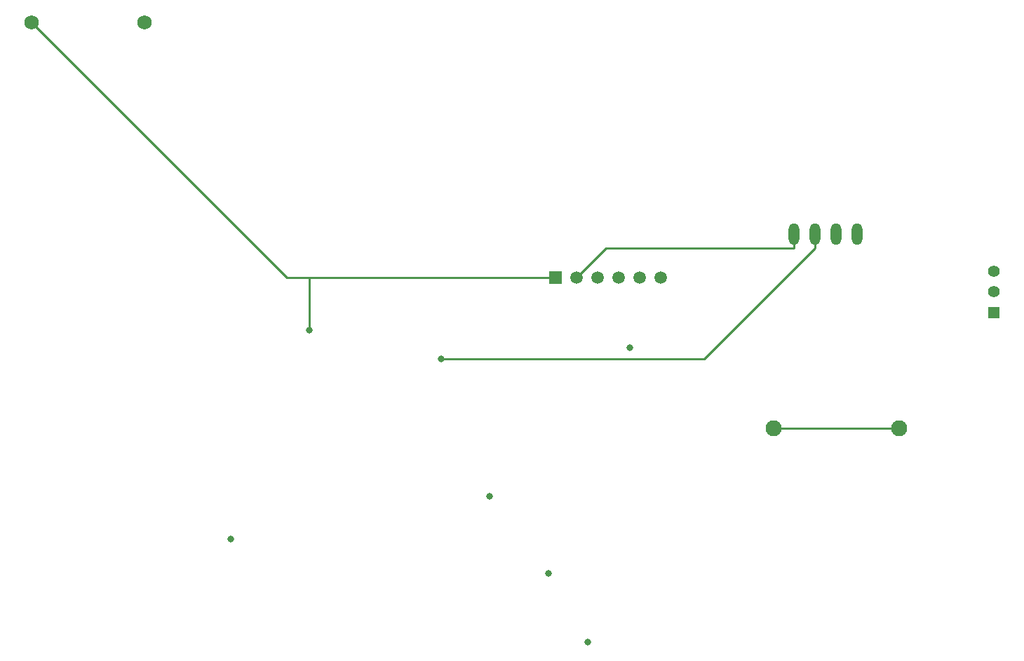
<source format=gbr>
%TF.GenerationSoftware,KiCad,Pcbnew,7.0.7*%
%TF.CreationDate,2024-06-03T23:51:36+07:00*%
%TF.ProjectId,Final Project_Group 4_Electronic Circuit 2,46696e61-6c20-4507-926f-6a6563745f47,rev?*%
%TF.SameCoordinates,Original*%
%TF.FileFunction,Copper,L3,Inr*%
%TF.FilePolarity,Positive*%
%FSLAX46Y46*%
G04 Gerber Fmt 4.6, Leading zero omitted, Abs format (unit mm)*
G04 Created by KiCad (PCBNEW 7.0.7) date 2024-06-03 23:51:36*
%MOMM*%
%LPD*%
G01*
G04 APERTURE LIST*
%TA.AperFunction,ComponentPad*%
%ADD10O,1.308000X2.616000*%
%TD*%
%TA.AperFunction,ComponentPad*%
%ADD11C,1.950000*%
%TD*%
%TA.AperFunction,ComponentPad*%
%ADD12R,1.408000X1.408000*%
%TD*%
%TA.AperFunction,ComponentPad*%
%ADD13C,1.408000*%
%TD*%
%TA.AperFunction,ComponentPad*%
%ADD14R,1.500000X1.500000*%
%TD*%
%TA.AperFunction,ComponentPad*%
%ADD15C,1.500000*%
%TD*%
%TA.AperFunction,ComponentPad*%
%ADD16C,1.755000*%
%TD*%
%TA.AperFunction,ViaPad*%
%ADD17C,0.800000*%
%TD*%
%TA.AperFunction,Conductor*%
%ADD18C,0.250000*%
%TD*%
G04 APERTURE END LIST*
D10*
%TO.N,Net-(ResistorDHT22-Pad1)*%
%TO.C,U2*%
X168910000Y-80689500D03*
%TO.N,Net-(IC1-GND)*%
X173990000Y-80689500D03*
%TO.N,unconnected-(U2-NULL-PadNC)*%
X171450000Y-80689500D03*
%TO.N,Net-(IC1-VCC)*%
X166370000Y-80689500D03*
%TD*%
D11*
%TO.N,Net-(IC1-GND)*%
%TO.C,LS1*%
X163850000Y-104140000D03*
X179050000Y-104140000D03*
%TD*%
D12*
%TO.N,Net-(IC1-GND)*%
%TO.C,S1*%
X190500000Y-90130000D03*
D13*
%TO.N,Net-(IC1-VCC)*%
X190500000Y-87630000D03*
%TO.N,Net-(R1-Pad2)*%
X190500000Y-85130000D03*
%TD*%
D14*
%TO.N,Net-(IC1-GND)*%
%TO.C,U5*%
X137545000Y-85907500D03*
D15*
%TO.N,Net-(IC1-VCC)*%
X140085000Y-85907500D03*
%TO.N,unconnected-(U5-VLCD-Pad3)*%
X142625000Y-85907500D03*
%TO.N,unconnected-(U5-V0-Pad4)*%
X145165000Y-85907500D03*
%TO.N,Net-(U1-IO4)*%
X147705000Y-85907500D03*
%TO.N,Net-(U1-IO5)*%
X150245000Y-85907500D03*
%TD*%
D16*
%TO.N,Net-(U4-VI)*%
%TO.C,BT1*%
X87910000Y-55120000D03*
%TO.N,Net-(IC1-GND)*%
X74320000Y-55120000D03*
%TD*%
D17*
%TO.N,Net-(U4-VI)*%
X146530900Y-94330900D03*
%TO.N,Net-(IC1-GND)*%
X107850000Y-92217500D03*
%TO.N,Net-(Y1-VDD)*%
X129610200Y-112324800D03*
X141415200Y-129914200D03*
%TO.N,Net-(U1-XTAL_N)*%
X136701700Y-121627800D03*
X98335900Y-117487200D03*
%TO.N,Net-(ResistorDHT22-Pad1)*%
X123795000Y-95716400D03*
%TD*%
D18*
%TO.N,Net-(IC1-GND)*%
X74320000Y-55120000D02*
X105107500Y-85907500D01*
X179050000Y-104140000D02*
X163850000Y-104140000D01*
X105107500Y-85907500D02*
X107850000Y-85907500D01*
X107850000Y-85907500D02*
X107850000Y-92217500D01*
X107850000Y-85907500D02*
X137545000Y-85907500D01*
%TO.N,Net-(IC1-VCC)*%
X140085000Y-85907500D02*
X143668100Y-82324400D01*
X166370000Y-80689500D02*
X166370000Y-82324400D01*
X143668100Y-82324400D02*
X166370000Y-82324400D01*
%TO.N,Net-(ResistorDHT22-Pad1)*%
X168910000Y-82324400D02*
X155518000Y-95716400D01*
X155518000Y-95716400D02*
X123795000Y-95716400D01*
X168910000Y-80689500D02*
X168910000Y-82324400D01*
%TD*%
M02*

</source>
